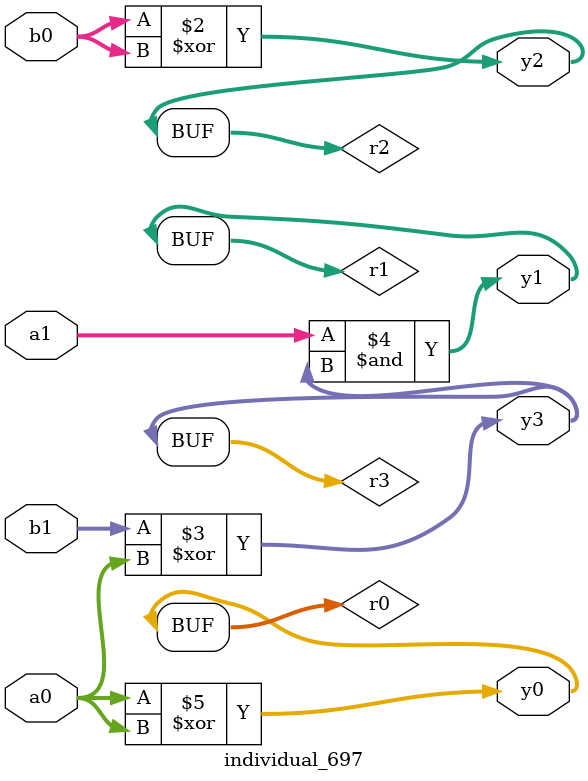
<source format=sv>
module individual_697(input logic [15:0] a1, input logic [15:0] a0, input logic [15:0] b1, input logic [15:0] b0, output logic [15:0] y3, output logic [15:0] y2, output logic [15:0] y1, output logic [15:0] y0);
logic [15:0] r0, r1, r2, r3; 
 always@(*) begin 
	 r0 = a0; r1 = a1; r2 = b0; r3 = b1; 
 	 r2  ^=  r2 ;
 	 r3  ^=  r0 ;
 	 r1  &=  r3 ;
 	 r0  ^=  a0 ;
 	 y3 = r3; y2 = r2; y1 = r1; y0 = r0; 
end
endmodule
</source>
